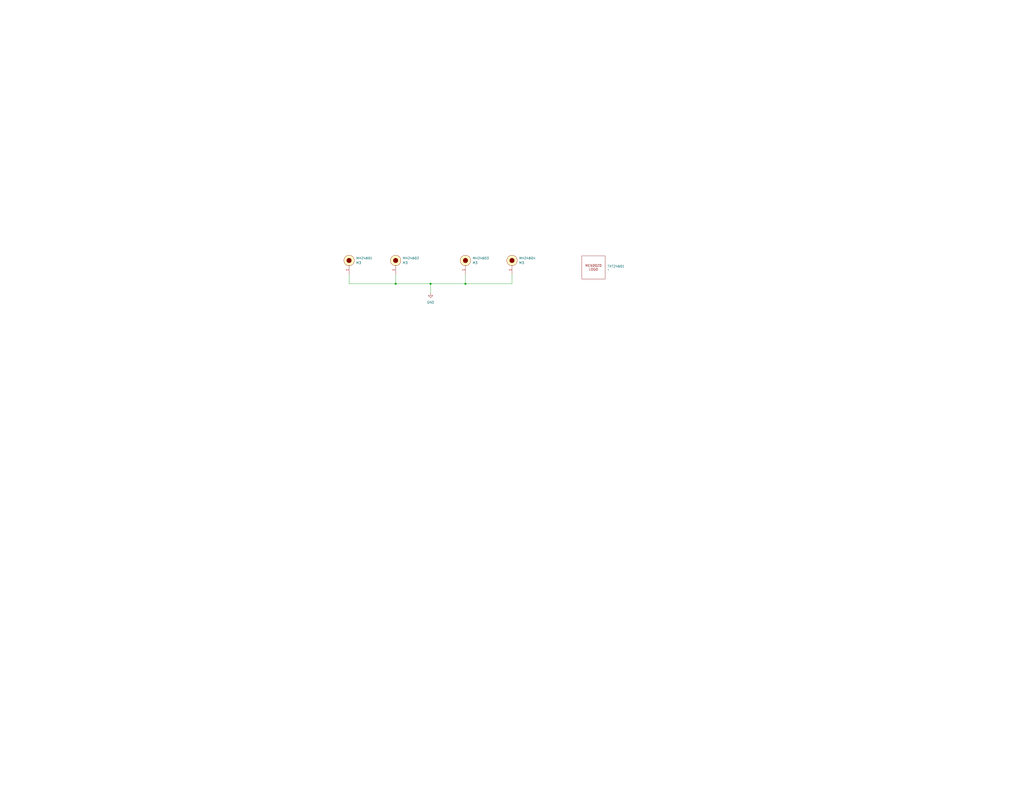
<source format=kicad_sch>
(kicad_sch (version 20231120) (generator "eeschema") (generator_version "8.0")
  (paper "C")
  (title_block (title "Mini-Scoreboard") (date "2024-07-11") (rev "v1.0") (company "Mend0z0") (comment 1 "v1.0") (comment 2 "PRELIMINARY") (comment 3 "Siavash Taher Parvar") (comment 4 "_BOM_Mini-Scoreboard_v1.0.html") (comment 5 "_PCB_Mini-Scoreboard_v1.0.kicad_pcb") (comment 6 "_GBR_Mini-Scoreboard_v1.0.zip") (comment 7 "_ASM_Mini-Scoreboard_v1.0.html") (comment 8 "n/A") (comment 9 "First Release"))
  (lib_symbols
    (symbol "_SCHLIB_Mini-Scoreboard:MECH_LOGO" (in_bom no)
      (property "Reference" "TXT" (at 2.54 2.54 0))
      (symbol "MECH_LOGO_0_0"
        (rectangle (start 0 0) (end 12.7 -12.7))
        (text "MEND0Z0\nLOGO" (at 6.35 -6.35 0) (effects (font (size 1.27 1.27))))
      )
    )
    (symbol "_SCHLIB_Mini-Scoreboard:MECH_MH_M3" (in_bom no)
      (property "Reference" "MH" (at 5.08 5.08 0))
      (property "Value" "M3" (at 5.08 7.62 0))
      (symbol "MECH_MH_M3_0_1"
        (circle (center 7.62 0) (radius 1.27) (fill (type outline)))
        (circle (center 7.62 0) (radius 2.8398) (fill (type background)))
      )
      (symbol "MECH_MH_M3_1_1"
        (pin passive line (at 0 0 0) (length 5.08) (name "") (number "1"))
      )
    )
    (symbol "power:GND" (power) (pin_numbers hide) (pin_names (offset 0) hide)
      (property "Value" "GND" (at 0 -3.81 0))
      (symbol "GND_0_1"
        (polyline (pts (xy 0 0) (xy 0 -1.27) (xy 1.27 -1.27) (xy 0 -2.54) (xy -1.27 -1.27) (xy 0 -1.27)))
      )
      (symbol "GND_1_1"
        (pin power_in line (at 0 0 270) (length 0) (name "~") (number "1"))
      )
    )
  )
  (junction (at 254 154.94))
  (junction (at 215.9 154.94))
  (junction (at 234.95 154.94))
  (wire (pts (xy 234.95 154.94) (xy 234.95 160.02)))
  (wire (pts (xy 190.5 149.86) (xy 190.5 154.94)))
  (wire (pts (xy 215.9 154.94) (xy 190.5 154.94)))
  (wire (pts (xy 254 149.86) (xy 254 154.94)))
  (wire (pts (xy 254 154.94) (xy 234.95 154.94)))
  (wire (pts (xy 234.95 154.94) (xy 215.9 154.94)))
  (wire (pts (xy 215.9 149.86) (xy 215.9 154.94)))
  (wire (pts (xy 279.4 154.94) (xy 254 154.94)))
  (wire (pts (xy 279.4 149.86) (xy 279.4 154.94)))
  (symbol (lib_id "_SCHLIB_Mini-Scoreboard:MECH_MH_M3") (at 215.9 149.86 90) (unit 1) (in_bom no)
    (property "Reference" "MH24602" (at 219.71 140.9699 90) (effects (justify right)))
    (property "Value" "M3" (at 219.71 143.5099 90) (effects (justify right)))
    (property "Footprint" "MountingHole:MountingHole_3.2mm_M3_DIN965_Pad_TopBottom" (effects (hide yes)))
  )
  (symbol (lib_id "_SCHLIB_Mini-Scoreboard:MECH_LOGO") (at 317.5 139.7 0) (unit 1) (exclude_from_sim yes) (in_bom no)
    (property "Reference" "TXT24601" (at 331.47 145.4149 0) (effects (justify left)))
    (property "Value" "~" (at 331.47 147.32 0) (effects (justify left)))
    (property "Footprint" "_PCBLIB_Mini-Scoreboard:Mend0z0_Logo" (effects (hide yes)))
  )
  (symbol (lib_id "_SCHLIB_Mini-Scoreboard:MECH_MH_M3") (at 190.5 149.86 90) (unit 1) (in_bom no)
    (property "Reference" "MH24601" (at 194.31 140.9699 90) (effects (justify right)))
    (property "Value" "M3" (at 194.31 143.5099 90) (effects (justify right)))
    (property "Footprint" "MountingHole:MountingHole_3.2mm_M3_DIN965_Pad_TopBottom" (effects (hide yes)))
  )
  (symbol (lib_id "power:GND") (at 234.95 160.02 0) (unit 1)
    (property "Reference" "#PWR024601" (effects (hide yes)))
    (property "Value" "GND" (at 234.95 165.1 0))
    (property "Description" "Power symbol creates a global label with name \"GND\" , ground" (effects (hide yes)))
  )
  (symbol (lib_id "_SCHLIB_Mini-Scoreboard:MECH_MH_M3") (at 254 149.86 90) (unit 1) (in_bom no)
    (property "Reference" "MH24603" (at 257.81 140.9699 90) (effects (justify right)))
    (property "Value" "M3" (at 257.81 143.5099 90) (effects (justify right)))
    (property "Footprint" "MountingHole:MountingHole_3.2mm_M3_DIN965_Pad_TopBottom" (effects (hide yes)))
  )
  (symbol (lib_id "_SCHLIB_Mini-Scoreboard:MECH_MH_M3") (at 279.4 149.86 90) (unit 1) (in_bom no)
    (property "Reference" "MH24604" (at 283.21 140.9699 90) (effects (justify right)))
    (property "Value" "M3" (at 283.21 143.5099 90) (effects (justify right)))
    (property "Footprint" "MountingHole:MountingHole_3.2mm_M3_DIN965_Pad_TopBottom" (effects (hide yes)))
  )
)
</source>
